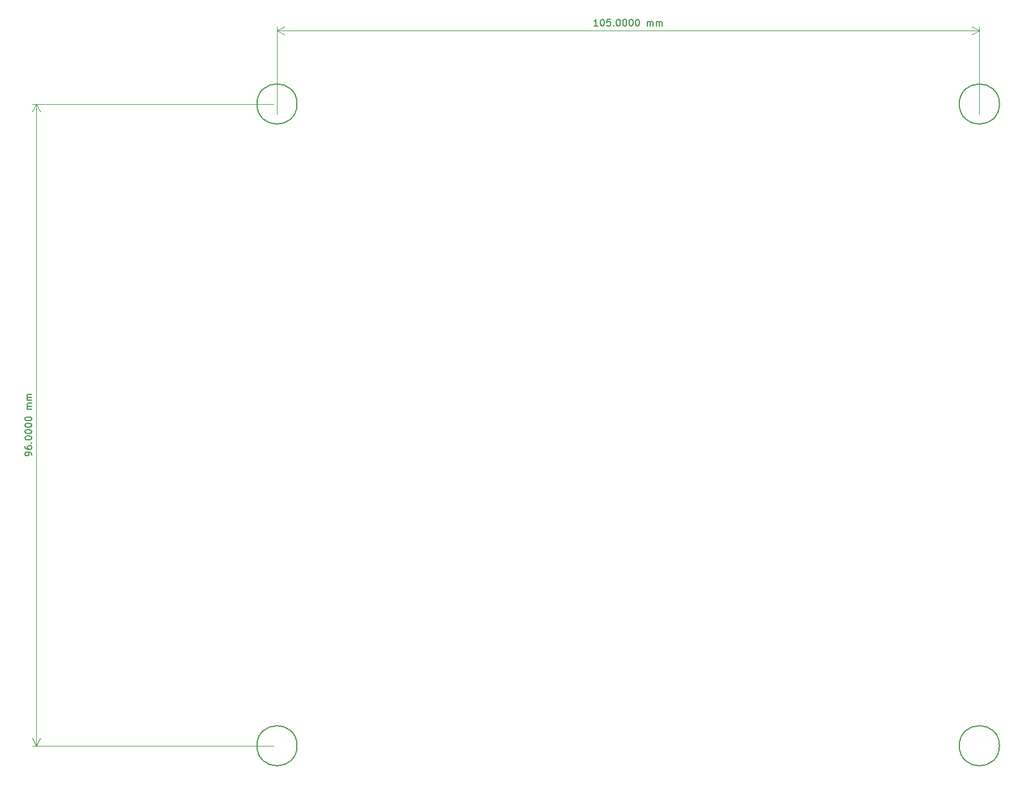
<source format=gbr>
%TF.GenerationSoftware,KiCad,Pcbnew,7.0.2*%
%TF.CreationDate,2023-10-20T09:42:02-06:00*%
%TF.ProjectId,LED_Probe_Breakout,4c45445f-5072-46f6-9265-5f427265616b,rev?*%
%TF.SameCoordinates,Original*%
%TF.FileFunction,Other,Comment*%
%FSLAX46Y46*%
G04 Gerber Fmt 4.6, Leading zero omitted, Abs format (unit mm)*
G04 Created by KiCad (PCBNEW 7.0.2) date 2023-10-20 09:42:02*
%MOMM*%
%LPD*%
G01*
G04 APERTURE LIST*
%ADD10C,0.150000*%
%ADD11C,0.100000*%
G04 APERTURE END LIST*
D10*
X2976190Y21687379D02*
X2404762Y21687379D01*
X2690476Y21687379D02*
X2690476Y22687379D01*
X2690476Y22687379D02*
X2595238Y22544522D01*
X2595238Y22544522D02*
X2500000Y22449284D01*
X2500000Y22449284D02*
X2404762Y22401665D01*
X3595238Y22687379D02*
X3690476Y22687379D01*
X3690476Y22687379D02*
X3785714Y22639760D01*
X3785714Y22639760D02*
X3833333Y22592141D01*
X3833333Y22592141D02*
X3880952Y22496903D01*
X3880952Y22496903D02*
X3928571Y22306427D01*
X3928571Y22306427D02*
X3928571Y22068332D01*
X3928571Y22068332D02*
X3880952Y21877856D01*
X3880952Y21877856D02*
X3833333Y21782618D01*
X3833333Y21782618D02*
X3785714Y21734999D01*
X3785714Y21734999D02*
X3690476Y21687379D01*
X3690476Y21687379D02*
X3595238Y21687379D01*
X3595238Y21687379D02*
X3500000Y21734999D01*
X3500000Y21734999D02*
X3452381Y21782618D01*
X3452381Y21782618D02*
X3404762Y21877856D01*
X3404762Y21877856D02*
X3357143Y22068332D01*
X3357143Y22068332D02*
X3357143Y22306427D01*
X3357143Y22306427D02*
X3404762Y22496903D01*
X3404762Y22496903D02*
X3452381Y22592141D01*
X3452381Y22592141D02*
X3500000Y22639760D01*
X3500000Y22639760D02*
X3595238Y22687379D01*
X4833333Y22687379D02*
X4357143Y22687379D01*
X4357143Y22687379D02*
X4309524Y22211189D01*
X4309524Y22211189D02*
X4357143Y22258808D01*
X4357143Y22258808D02*
X4452381Y22306427D01*
X4452381Y22306427D02*
X4690476Y22306427D01*
X4690476Y22306427D02*
X4785714Y22258808D01*
X4785714Y22258808D02*
X4833333Y22211189D01*
X4833333Y22211189D02*
X4880952Y22115951D01*
X4880952Y22115951D02*
X4880952Y21877856D01*
X4880952Y21877856D02*
X4833333Y21782618D01*
X4833333Y21782618D02*
X4785714Y21734999D01*
X4785714Y21734999D02*
X4690476Y21687379D01*
X4690476Y21687379D02*
X4452381Y21687379D01*
X4452381Y21687379D02*
X4357143Y21734999D01*
X4357143Y21734999D02*
X4309524Y21782618D01*
X5309524Y21782618D02*
X5357143Y21734999D01*
X5357143Y21734999D02*
X5309524Y21687379D01*
X5309524Y21687379D02*
X5261905Y21734999D01*
X5261905Y21734999D02*
X5309524Y21782618D01*
X5309524Y21782618D02*
X5309524Y21687379D01*
X5976190Y22687379D02*
X6071428Y22687379D01*
X6071428Y22687379D02*
X6166666Y22639760D01*
X6166666Y22639760D02*
X6214285Y22592141D01*
X6214285Y22592141D02*
X6261904Y22496903D01*
X6261904Y22496903D02*
X6309523Y22306427D01*
X6309523Y22306427D02*
X6309523Y22068332D01*
X6309523Y22068332D02*
X6261904Y21877856D01*
X6261904Y21877856D02*
X6214285Y21782618D01*
X6214285Y21782618D02*
X6166666Y21734999D01*
X6166666Y21734999D02*
X6071428Y21687379D01*
X6071428Y21687379D02*
X5976190Y21687379D01*
X5976190Y21687379D02*
X5880952Y21734999D01*
X5880952Y21734999D02*
X5833333Y21782618D01*
X5833333Y21782618D02*
X5785714Y21877856D01*
X5785714Y21877856D02*
X5738095Y22068332D01*
X5738095Y22068332D02*
X5738095Y22306427D01*
X5738095Y22306427D02*
X5785714Y22496903D01*
X5785714Y22496903D02*
X5833333Y22592141D01*
X5833333Y22592141D02*
X5880952Y22639760D01*
X5880952Y22639760D02*
X5976190Y22687379D01*
X6928571Y22687379D02*
X7023809Y22687379D01*
X7023809Y22687379D02*
X7119047Y22639760D01*
X7119047Y22639760D02*
X7166666Y22592141D01*
X7166666Y22592141D02*
X7214285Y22496903D01*
X7214285Y22496903D02*
X7261904Y22306427D01*
X7261904Y22306427D02*
X7261904Y22068332D01*
X7261904Y22068332D02*
X7214285Y21877856D01*
X7214285Y21877856D02*
X7166666Y21782618D01*
X7166666Y21782618D02*
X7119047Y21734999D01*
X7119047Y21734999D02*
X7023809Y21687379D01*
X7023809Y21687379D02*
X6928571Y21687379D01*
X6928571Y21687379D02*
X6833333Y21734999D01*
X6833333Y21734999D02*
X6785714Y21782618D01*
X6785714Y21782618D02*
X6738095Y21877856D01*
X6738095Y21877856D02*
X6690476Y22068332D01*
X6690476Y22068332D02*
X6690476Y22306427D01*
X6690476Y22306427D02*
X6738095Y22496903D01*
X6738095Y22496903D02*
X6785714Y22592141D01*
X6785714Y22592141D02*
X6833333Y22639760D01*
X6833333Y22639760D02*
X6928571Y22687379D01*
X7880952Y22687379D02*
X7976190Y22687379D01*
X7976190Y22687379D02*
X8071428Y22639760D01*
X8071428Y22639760D02*
X8119047Y22592141D01*
X8119047Y22592141D02*
X8166666Y22496903D01*
X8166666Y22496903D02*
X8214285Y22306427D01*
X8214285Y22306427D02*
X8214285Y22068332D01*
X8214285Y22068332D02*
X8166666Y21877856D01*
X8166666Y21877856D02*
X8119047Y21782618D01*
X8119047Y21782618D02*
X8071428Y21734999D01*
X8071428Y21734999D02*
X7976190Y21687379D01*
X7976190Y21687379D02*
X7880952Y21687379D01*
X7880952Y21687379D02*
X7785714Y21734999D01*
X7785714Y21734999D02*
X7738095Y21782618D01*
X7738095Y21782618D02*
X7690476Y21877856D01*
X7690476Y21877856D02*
X7642857Y22068332D01*
X7642857Y22068332D02*
X7642857Y22306427D01*
X7642857Y22306427D02*
X7690476Y22496903D01*
X7690476Y22496903D02*
X7738095Y22592141D01*
X7738095Y22592141D02*
X7785714Y22639760D01*
X7785714Y22639760D02*
X7880952Y22687379D01*
X8833333Y22687379D02*
X8928571Y22687379D01*
X8928571Y22687379D02*
X9023809Y22639760D01*
X9023809Y22639760D02*
X9071428Y22592141D01*
X9071428Y22592141D02*
X9119047Y22496903D01*
X9119047Y22496903D02*
X9166666Y22306427D01*
X9166666Y22306427D02*
X9166666Y22068332D01*
X9166666Y22068332D02*
X9119047Y21877856D01*
X9119047Y21877856D02*
X9071428Y21782618D01*
X9071428Y21782618D02*
X9023809Y21734999D01*
X9023809Y21734999D02*
X8928571Y21687379D01*
X8928571Y21687379D02*
X8833333Y21687379D01*
X8833333Y21687379D02*
X8738095Y21734999D01*
X8738095Y21734999D02*
X8690476Y21782618D01*
X8690476Y21782618D02*
X8642857Y21877856D01*
X8642857Y21877856D02*
X8595238Y22068332D01*
X8595238Y22068332D02*
X8595238Y22306427D01*
X8595238Y22306427D02*
X8642857Y22496903D01*
X8642857Y22496903D02*
X8690476Y22592141D01*
X8690476Y22592141D02*
X8738095Y22639760D01*
X8738095Y22639760D02*
X8833333Y22687379D01*
X10357143Y21687379D02*
X10357143Y22354046D01*
X10357143Y22258808D02*
X10404762Y22306427D01*
X10404762Y22306427D02*
X10500000Y22354046D01*
X10500000Y22354046D02*
X10642857Y22354046D01*
X10642857Y22354046D02*
X10738095Y22306427D01*
X10738095Y22306427D02*
X10785714Y22211189D01*
X10785714Y22211189D02*
X10785714Y21687379D01*
X10785714Y22211189D02*
X10833333Y22306427D01*
X10833333Y22306427D02*
X10928571Y22354046D01*
X10928571Y22354046D02*
X11071428Y22354046D01*
X11071428Y22354046D02*
X11166667Y22306427D01*
X11166667Y22306427D02*
X11214286Y22211189D01*
X11214286Y22211189D02*
X11214286Y21687379D01*
X11690476Y21687379D02*
X11690476Y22354046D01*
X11690476Y22258808D02*
X11738095Y22306427D01*
X11738095Y22306427D02*
X11833333Y22354046D01*
X11833333Y22354046D02*
X11976190Y22354046D01*
X11976190Y22354046D02*
X12071428Y22306427D01*
X12071428Y22306427D02*
X12119047Y22211189D01*
X12119047Y22211189D02*
X12119047Y21687379D01*
X12119047Y22211189D02*
X12166666Y22306427D01*
X12166666Y22306427D02*
X12261904Y22354046D01*
X12261904Y22354046D02*
X12404761Y22354046D01*
X12404761Y22354046D02*
X12500000Y22306427D01*
X12500000Y22306427D02*
X12547619Y22211189D01*
X12547619Y22211189D02*
X12547619Y21687379D01*
D11*
X60000000Y8500000D02*
X60000000Y21586419D01*
X-45000000Y8500000D02*
X-45000000Y21586419D01*
X60000000Y20999999D02*
X-45000000Y20999999D01*
X60000000Y20999999D02*
X-45000000Y20999999D01*
X60000000Y20999999D02*
X58873496Y20413578D01*
X60000000Y20999999D02*
X58873496Y21586420D01*
X-45000000Y20999999D02*
X-43873496Y21586420D01*
X-45000000Y20999999D02*
X-43873496Y20413578D01*
D10*
X-81687380Y-42523808D02*
X-81687380Y-42333332D01*
X-81687380Y-42333332D02*
X-81735000Y-42238094D01*
X-81735000Y-42238094D02*
X-81782619Y-42190475D01*
X-81782619Y-42190475D02*
X-81925476Y-42095237D01*
X-81925476Y-42095237D02*
X-82115952Y-42047618D01*
X-82115952Y-42047618D02*
X-82496904Y-42047618D01*
X-82496904Y-42047618D02*
X-82592142Y-42095237D01*
X-82592142Y-42095237D02*
X-82639761Y-42142856D01*
X-82639761Y-42142856D02*
X-82687380Y-42238094D01*
X-82687380Y-42238094D02*
X-82687380Y-42428570D01*
X-82687380Y-42428570D02*
X-82639761Y-42523808D01*
X-82639761Y-42523808D02*
X-82592142Y-42571427D01*
X-82592142Y-42571427D02*
X-82496904Y-42619046D01*
X-82496904Y-42619046D02*
X-82258809Y-42619046D01*
X-82258809Y-42619046D02*
X-82163571Y-42571427D01*
X-82163571Y-42571427D02*
X-82115952Y-42523808D01*
X-82115952Y-42523808D02*
X-82068333Y-42428570D01*
X-82068333Y-42428570D02*
X-82068333Y-42238094D01*
X-82068333Y-42238094D02*
X-82115952Y-42142856D01*
X-82115952Y-42142856D02*
X-82163571Y-42095237D01*
X-82163571Y-42095237D02*
X-82258809Y-42047618D01*
X-82687380Y-41190475D02*
X-82687380Y-41380951D01*
X-82687380Y-41380951D02*
X-82639761Y-41476189D01*
X-82639761Y-41476189D02*
X-82592142Y-41523808D01*
X-82592142Y-41523808D02*
X-82449285Y-41619046D01*
X-82449285Y-41619046D02*
X-82258809Y-41666665D01*
X-82258809Y-41666665D02*
X-81877857Y-41666665D01*
X-81877857Y-41666665D02*
X-81782619Y-41619046D01*
X-81782619Y-41619046D02*
X-81735000Y-41571427D01*
X-81735000Y-41571427D02*
X-81687380Y-41476189D01*
X-81687380Y-41476189D02*
X-81687380Y-41285713D01*
X-81687380Y-41285713D02*
X-81735000Y-41190475D01*
X-81735000Y-41190475D02*
X-81782619Y-41142856D01*
X-81782619Y-41142856D02*
X-81877857Y-41095237D01*
X-81877857Y-41095237D02*
X-82115952Y-41095237D01*
X-82115952Y-41095237D02*
X-82211190Y-41142856D01*
X-82211190Y-41142856D02*
X-82258809Y-41190475D01*
X-82258809Y-41190475D02*
X-82306428Y-41285713D01*
X-82306428Y-41285713D02*
X-82306428Y-41476189D01*
X-82306428Y-41476189D02*
X-82258809Y-41571427D01*
X-82258809Y-41571427D02*
X-82211190Y-41619046D01*
X-82211190Y-41619046D02*
X-82115952Y-41666665D01*
X-81782619Y-40666665D02*
X-81735000Y-40619046D01*
X-81735000Y-40619046D02*
X-81687380Y-40666665D01*
X-81687380Y-40666665D02*
X-81735000Y-40714284D01*
X-81735000Y-40714284D02*
X-81782619Y-40666665D01*
X-81782619Y-40666665D02*
X-81687380Y-40666665D01*
X-82687380Y-39999999D02*
X-82687380Y-39904761D01*
X-82687380Y-39904761D02*
X-82639761Y-39809523D01*
X-82639761Y-39809523D02*
X-82592142Y-39761904D01*
X-82592142Y-39761904D02*
X-82496904Y-39714285D01*
X-82496904Y-39714285D02*
X-82306428Y-39666666D01*
X-82306428Y-39666666D02*
X-82068333Y-39666666D01*
X-82068333Y-39666666D02*
X-81877857Y-39714285D01*
X-81877857Y-39714285D02*
X-81782619Y-39761904D01*
X-81782619Y-39761904D02*
X-81735000Y-39809523D01*
X-81735000Y-39809523D02*
X-81687380Y-39904761D01*
X-81687380Y-39904761D02*
X-81687380Y-39999999D01*
X-81687380Y-39999999D02*
X-81735000Y-40095237D01*
X-81735000Y-40095237D02*
X-81782619Y-40142856D01*
X-81782619Y-40142856D02*
X-81877857Y-40190475D01*
X-81877857Y-40190475D02*
X-82068333Y-40238094D01*
X-82068333Y-40238094D02*
X-82306428Y-40238094D01*
X-82306428Y-40238094D02*
X-82496904Y-40190475D01*
X-82496904Y-40190475D02*
X-82592142Y-40142856D01*
X-82592142Y-40142856D02*
X-82639761Y-40095237D01*
X-82639761Y-40095237D02*
X-82687380Y-39999999D01*
X-82687380Y-39047618D02*
X-82687380Y-38952380D01*
X-82687380Y-38952380D02*
X-82639761Y-38857142D01*
X-82639761Y-38857142D02*
X-82592142Y-38809523D01*
X-82592142Y-38809523D02*
X-82496904Y-38761904D01*
X-82496904Y-38761904D02*
X-82306428Y-38714285D01*
X-82306428Y-38714285D02*
X-82068333Y-38714285D01*
X-82068333Y-38714285D02*
X-81877857Y-38761904D01*
X-81877857Y-38761904D02*
X-81782619Y-38809523D01*
X-81782619Y-38809523D02*
X-81735000Y-38857142D01*
X-81735000Y-38857142D02*
X-81687380Y-38952380D01*
X-81687380Y-38952380D02*
X-81687380Y-39047618D01*
X-81687380Y-39047618D02*
X-81735000Y-39142856D01*
X-81735000Y-39142856D02*
X-81782619Y-39190475D01*
X-81782619Y-39190475D02*
X-81877857Y-39238094D01*
X-81877857Y-39238094D02*
X-82068333Y-39285713D01*
X-82068333Y-39285713D02*
X-82306428Y-39285713D01*
X-82306428Y-39285713D02*
X-82496904Y-39238094D01*
X-82496904Y-39238094D02*
X-82592142Y-39190475D01*
X-82592142Y-39190475D02*
X-82639761Y-39142856D01*
X-82639761Y-39142856D02*
X-82687380Y-39047618D01*
X-82687380Y-38095237D02*
X-82687380Y-37999999D01*
X-82687380Y-37999999D02*
X-82639761Y-37904761D01*
X-82639761Y-37904761D02*
X-82592142Y-37857142D01*
X-82592142Y-37857142D02*
X-82496904Y-37809523D01*
X-82496904Y-37809523D02*
X-82306428Y-37761904D01*
X-82306428Y-37761904D02*
X-82068333Y-37761904D01*
X-82068333Y-37761904D02*
X-81877857Y-37809523D01*
X-81877857Y-37809523D02*
X-81782619Y-37857142D01*
X-81782619Y-37857142D02*
X-81735000Y-37904761D01*
X-81735000Y-37904761D02*
X-81687380Y-37999999D01*
X-81687380Y-37999999D02*
X-81687380Y-38095237D01*
X-81687380Y-38095237D02*
X-81735000Y-38190475D01*
X-81735000Y-38190475D02*
X-81782619Y-38238094D01*
X-81782619Y-38238094D02*
X-81877857Y-38285713D01*
X-81877857Y-38285713D02*
X-82068333Y-38333332D01*
X-82068333Y-38333332D02*
X-82306428Y-38333332D01*
X-82306428Y-38333332D02*
X-82496904Y-38285713D01*
X-82496904Y-38285713D02*
X-82592142Y-38238094D01*
X-82592142Y-38238094D02*
X-82639761Y-38190475D01*
X-82639761Y-38190475D02*
X-82687380Y-38095237D01*
X-82687380Y-37142856D02*
X-82687380Y-37047618D01*
X-82687380Y-37047618D02*
X-82639761Y-36952380D01*
X-82639761Y-36952380D02*
X-82592142Y-36904761D01*
X-82592142Y-36904761D02*
X-82496904Y-36857142D01*
X-82496904Y-36857142D02*
X-82306428Y-36809523D01*
X-82306428Y-36809523D02*
X-82068333Y-36809523D01*
X-82068333Y-36809523D02*
X-81877857Y-36857142D01*
X-81877857Y-36857142D02*
X-81782619Y-36904761D01*
X-81782619Y-36904761D02*
X-81735000Y-36952380D01*
X-81735000Y-36952380D02*
X-81687380Y-37047618D01*
X-81687380Y-37047618D02*
X-81687380Y-37142856D01*
X-81687380Y-37142856D02*
X-81735000Y-37238094D01*
X-81735000Y-37238094D02*
X-81782619Y-37285713D01*
X-81782619Y-37285713D02*
X-81877857Y-37333332D01*
X-81877857Y-37333332D02*
X-82068333Y-37380951D01*
X-82068333Y-37380951D02*
X-82306428Y-37380951D01*
X-82306428Y-37380951D02*
X-82496904Y-37333332D01*
X-82496904Y-37333332D02*
X-82592142Y-37285713D01*
X-82592142Y-37285713D02*
X-82639761Y-37238094D01*
X-82639761Y-37238094D02*
X-82687380Y-37142856D01*
X-81687380Y-35619046D02*
X-82354047Y-35619046D01*
X-82258809Y-35619046D02*
X-82306428Y-35571427D01*
X-82306428Y-35571427D02*
X-82354047Y-35476189D01*
X-82354047Y-35476189D02*
X-82354047Y-35333332D01*
X-82354047Y-35333332D02*
X-82306428Y-35238094D01*
X-82306428Y-35238094D02*
X-82211190Y-35190475D01*
X-82211190Y-35190475D02*
X-81687380Y-35190475D01*
X-82211190Y-35190475D02*
X-82306428Y-35142856D01*
X-82306428Y-35142856D02*
X-82354047Y-35047618D01*
X-82354047Y-35047618D02*
X-82354047Y-34904761D01*
X-82354047Y-34904761D02*
X-82306428Y-34809522D01*
X-82306428Y-34809522D02*
X-82211190Y-34761903D01*
X-82211190Y-34761903D02*
X-81687380Y-34761903D01*
X-81687380Y-34285713D02*
X-82354047Y-34285713D01*
X-82258809Y-34285713D02*
X-82306428Y-34238094D01*
X-82306428Y-34238094D02*
X-82354047Y-34142856D01*
X-82354047Y-34142856D02*
X-82354047Y-33999999D01*
X-82354047Y-33999999D02*
X-82306428Y-33904761D01*
X-82306428Y-33904761D02*
X-82211190Y-33857142D01*
X-82211190Y-33857142D02*
X-81687380Y-33857142D01*
X-82211190Y-33857142D02*
X-82306428Y-33809523D01*
X-82306428Y-33809523D02*
X-82354047Y-33714285D01*
X-82354047Y-33714285D02*
X-82354047Y-33571428D01*
X-82354047Y-33571428D02*
X-82306428Y-33476189D01*
X-82306428Y-33476189D02*
X-82211190Y-33428570D01*
X-82211190Y-33428570D02*
X-81687380Y-33428570D01*
D11*
X-45500000Y10000000D02*
X-81586420Y10000000D01*
X-45500000Y-86000000D02*
X-81586420Y-86000000D01*
X-81000000Y10000000D02*
X-81000000Y-86000000D01*
X-81000000Y10000000D02*
X-81000000Y-86000000D01*
X-81000000Y10000000D02*
X-80413579Y8873496D01*
X-81000000Y10000000D02*
X-81586421Y8873496D01*
X-81000000Y-86000000D02*
X-81586421Y-84873496D01*
X-81000000Y-86000000D02*
X-80413579Y-84873496D01*
D10*
%TO.C,H4*%
X63000000Y10000000D02*
G75*
G03*
X63000000Y10000000I-3000000J0D01*
G01*
%TO.C,H1*%
X63000000Y-86000000D02*
G75*
G03*
X63000000Y-86000000I-3000000J0D01*
G01*
%TO.C,H3*%
X-42000000Y-86000000D02*
G75*
G03*
X-42000000Y-86000000I-3000000J0D01*
G01*
%TO.C,H2*%
X-42000000Y10000000D02*
G75*
G03*
X-42000000Y10000000I-3000000J0D01*
G01*
%TD*%
M02*

</source>
